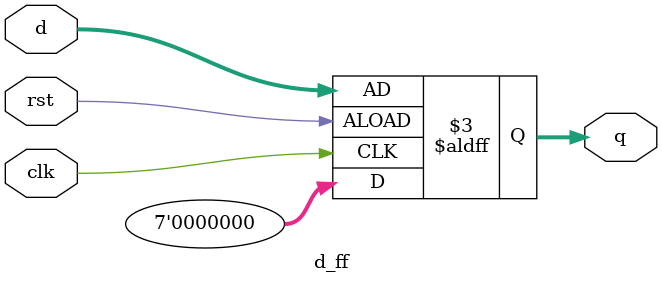
<source format=v>
module d_ff #(
    parameter WIDTH = 7  // Default width is 8 bits
)(
    input  wire                 clk,  // Clock input
    input  wire                 rst,  // Asynchronous reset (active high)
    input  wire [WIDTH-1:0]     d,    // Data input
    output reg  [WIDTH-1:0]     q     // Output
);

    always @(posedge clk or posedge rst) begin
        if (!rst)
            q <= {WIDTH{1'b0}}; // Reset all bits to 0
        else
            q <= d;             // Latch input data
    end

endmodule

</source>
